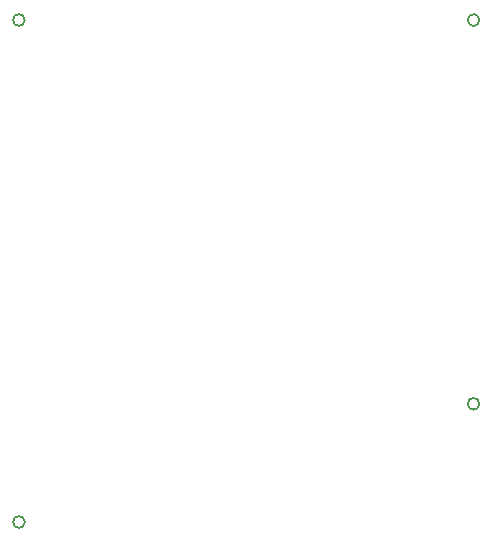
<source format=gbr>
%TF.GenerationSoftware,KiCad,Pcbnew,7.0.1*%
%TF.CreationDate,2023-04-27T15:41:12+07:00*%
%TF.ProjectId,BMP,424d502e-6b69-4636-9164-5f7063625858,rev?*%
%TF.SameCoordinates,Original*%
%TF.FileFunction,Other,User*%
%FSLAX46Y46*%
G04 Gerber Fmt 4.6, Leading zero omitted, Abs format (unit mm)*
G04 Created by KiCad (PCBNEW 7.0.1) date 2023-04-27 15:41:12*
%MOMM*%
%LPD*%
G01*
G04 APERTURE LIST*
%ADD10C,0.200000*%
G04 APERTURE END LIST*
D10*
X68037500Y-46187500D02*
G75*
G03*
X68037500Y-46187500I-500000J0D01*
G01*
X68037500Y-78687500D02*
G75*
G03*
X68037500Y-78687500I-500000J0D01*
G01*
X29537500Y-88687500D02*
G75*
G03*
X29537500Y-88687500I-500000J0D01*
G01*
X29537500Y-46187500D02*
G75*
G03*
X29537500Y-46187500I-500000J0D01*
G01*
M02*

</source>
